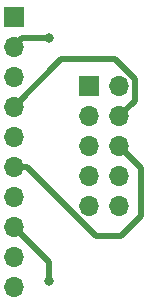
<source format=gbl>
G04 #@! TF.GenerationSoftware,KiCad,Pcbnew,(5.1.6-0-10_14)*
G04 #@! TF.CreationDate,2020-08-07T14:29:10+09:00*
G04 #@! TF.ProjectId,breakout_2x5,62726561-6b6f-4757-945f-3278352e6b69,rev?*
G04 #@! TF.SameCoordinates,Original*
G04 #@! TF.FileFunction,Copper,L2,Bot*
G04 #@! TF.FilePolarity,Positive*
%FSLAX46Y46*%
G04 Gerber Fmt 4.6, Leading zero omitted, Abs format (unit mm)*
G04 Created by KiCad (PCBNEW (5.1.6-0-10_14)) date 2020-08-07 14:29:10*
%MOMM*%
%LPD*%
G01*
G04 APERTURE LIST*
G04 #@! TA.AperFunction,ComponentPad*
%ADD10O,1.700000X1.700000*%
G04 #@! TD*
G04 #@! TA.AperFunction,ComponentPad*
%ADD11R,1.700000X1.700000*%
G04 #@! TD*
G04 #@! TA.AperFunction,ViaPad*
%ADD12C,0.800000*%
G04 #@! TD*
G04 #@! TA.AperFunction,Conductor*
%ADD13C,0.508000*%
G04 #@! TD*
G04 APERTURE END LIST*
D10*
G04 #@! TO.P,J1,10*
G04 #@! TO.N,Net-(J1-Pad10)*
X144715001Y-105875001D03*
G04 #@! TO.P,J1,9*
G04 #@! TO.N,Net-(J1-Pad9)*
X144715001Y-103335001D03*
G04 #@! TO.P,J1,8*
G04 #@! TO.N,Net-(J1-Pad8)*
X144715001Y-100795001D03*
G04 #@! TO.P,J1,7*
G04 #@! TO.N,Net-(J1-Pad7)*
X144715001Y-98255001D03*
G04 #@! TO.P,J1,6*
G04 #@! TO.N,Net-(J1-Pad6)*
X144715001Y-95715001D03*
G04 #@! TO.P,J1,5*
G04 #@! TO.N,Net-(J1-Pad5)*
X144715001Y-93175001D03*
G04 #@! TO.P,J1,4*
G04 #@! TO.N,Net-(J1-Pad4)*
X144715001Y-90635001D03*
G04 #@! TO.P,J1,3*
G04 #@! TO.N,Net-(J1-Pad3)*
X144715001Y-88095001D03*
G04 #@! TO.P,J1,2*
G04 #@! TO.N,Net-(J1-Pad2)*
X144715001Y-85555001D03*
D11*
G04 #@! TO.P,J1,1*
G04 #@! TO.N,Net-(J1-Pad1)*
X144715001Y-83015001D03*
G04 #@! TD*
D10*
G04 #@! TO.P,U1,10*
G04 #@! TO.N,Net-(J1-Pad10)*
X153670000Y-99060000D03*
G04 #@! TO.P,U1,9*
G04 #@! TO.N,Net-(J1-Pad9)*
X151130000Y-99060000D03*
G04 #@! TO.P,U1,8*
G04 #@! TO.N,Net-(J1-Pad8)*
X153670000Y-96520000D03*
G04 #@! TO.P,U1,7*
G04 #@! TO.N,Net-(J1-Pad7)*
X151130000Y-96520000D03*
G04 #@! TO.P,U1,6*
G04 #@! TO.N,Net-(J1-Pad6)*
X153670000Y-93980000D03*
G04 #@! TO.P,U1,5*
G04 #@! TO.N,Net-(J1-Pad5)*
X151130000Y-93980000D03*
G04 #@! TO.P,U1,4*
G04 #@! TO.N,Net-(J1-Pad4)*
X153670000Y-91440000D03*
G04 #@! TO.P,U1,3*
G04 #@! TO.N,Net-(J1-Pad3)*
X151130000Y-91440000D03*
G04 #@! TO.P,U1,2*
G04 #@! TO.N,Net-(J1-Pad2)*
X153670000Y-88900000D03*
D11*
G04 #@! TO.P,U1,1*
G04 #@! TO.N,Net-(J1-Pad1)*
X151130000Y-88900000D03*
G04 #@! TD*
D12*
G04 #@! TO.N,Net-(J1-Pad8)*
X147726400Y-105384600D03*
G04 #@! TO.N,Net-(J1-Pad2)*
X147675600Y-84810600D03*
G04 #@! TD*
D13*
G04 #@! TO.N,Net-(J1-Pad8)*
X147726400Y-103806400D02*
X144715001Y-100795001D01*
X147726400Y-105384600D02*
X147726400Y-103806400D01*
G04 #@! TO.N,Net-(J1-Pad6)*
X151714678Y-101574600D02*
X145855079Y-95715001D01*
X155473400Y-99898200D02*
X153797000Y-101574600D01*
X155473400Y-95783400D02*
X155473400Y-99898200D01*
X153797000Y-101574600D02*
X151714678Y-101574600D01*
X145855079Y-95715001D02*
X144715001Y-95715001D01*
X153670000Y-93980000D02*
X155473400Y-95783400D01*
G04 #@! TO.N,Net-(J1-Pad4)*
X144715001Y-90470484D02*
X144715001Y-90635001D01*
X154974001Y-88274079D02*
X153313922Y-86614000D01*
X154974001Y-90135999D02*
X154974001Y-88274079D01*
X153670000Y-91440000D02*
X154974001Y-90135999D01*
X148736002Y-86614000D02*
X144715001Y-90635001D01*
X153313922Y-86614000D02*
X148736002Y-86614000D01*
G04 #@! TO.N,Net-(J1-Pad2)*
X145459402Y-84810600D02*
X144715001Y-85555001D01*
X147675600Y-84810600D02*
X145459402Y-84810600D01*
G04 #@! TD*
M02*

</source>
